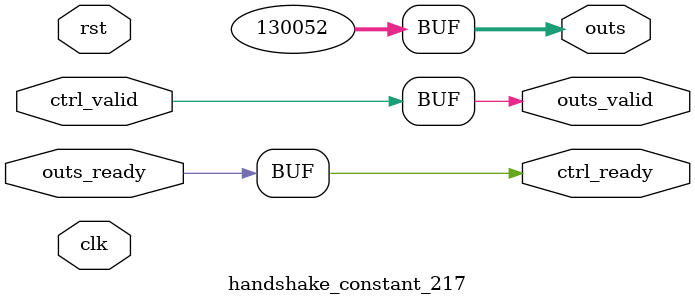
<source format=v>
`timescale 1ns / 1ps
module handshake_constant_217 #(
  parameter DATA_WIDTH = 32  // Default set to 32 bits
) (
  input                       clk,
  input                       rst,
  // Input Channel
  input                       ctrl_valid,
  output                      ctrl_ready,
  // Output Channel
  output [DATA_WIDTH - 1 : 0] outs,
  output                      outs_valid,
  input                       outs_ready
);
  assign outs       = 17'b11111110000000100;
  assign outs_valid = ctrl_valid;
  assign ctrl_ready = outs_ready;

endmodule

</source>
